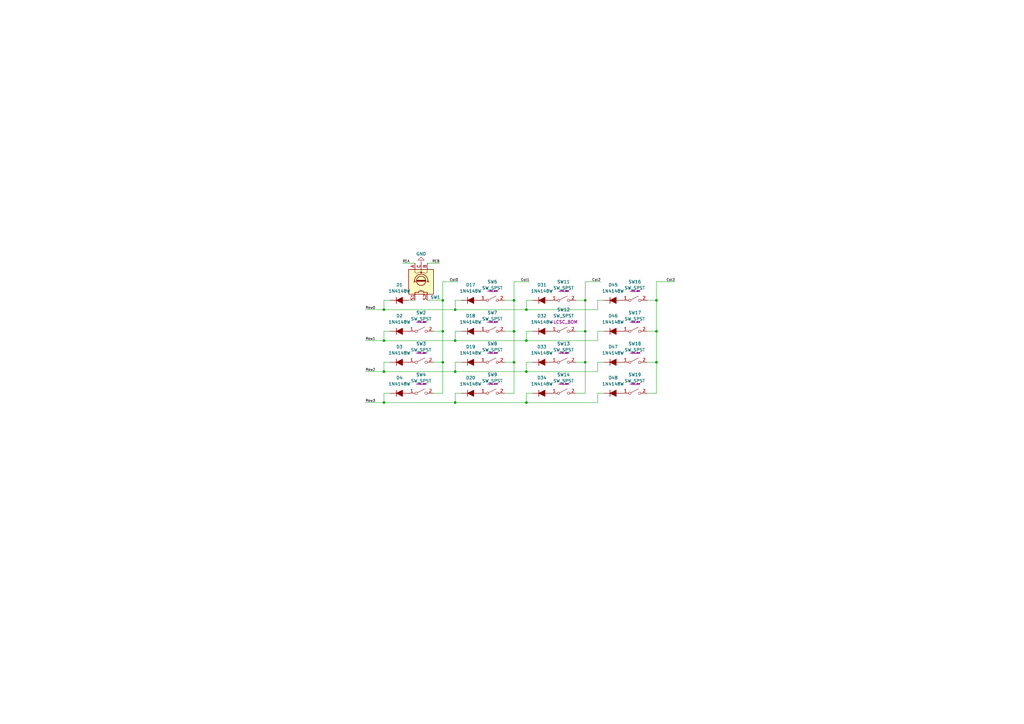
<source format=kicad_sch>
(kicad_sch (version 20250114) (generator "eeschema") (generator_version "9.0")
  (paper "A3")
  (title_block (title "${TITLE}") (date "2025-09-02") (rev "${REVISION}") (company "${COMPANY}") (comment 1 "${COMMENT1}"))
  (lib_symbols
    (symbol "Device:RotaryEncoder_Switch" (pin_names (offset 0.254) (hide yes))
      (property "Reference" "SW" (at 0 6.604 0))
      (property "Value" "RotaryEncoder_Switch" (at 0 -6.604 0))
      (symbol "RotaryEncoder_Switch_0_1"
        (rectangle (start -5.08 5.08) (end 5.08 -5.08) (stroke (width 0.254)) (fill (type background)))
        (polyline (pts (xy -5.08 2.54) (xy -3.81 2.54) (xy -3.81 2.032)))
        (polyline (pts (xy -5.08 0) (xy -3.81 0) (xy -3.81 -1.016) (xy -3.302 -2.032)))
        (polyline (pts (xy -5.08 -2.54) (xy -3.81 -2.54) (xy -3.81 -2.032)))
        (polyline (pts (xy -4.318 0) (xy -3.81 0) (xy -3.81 1.016) (xy -3.302 2.032)))
        (circle (center -3.81 0) (radius 0.254) (fill (type outline)))
        (polyline (pts (xy -0.635 -1.778) (xy -0.635 1.778)) (stroke (width 0.254)))
        (circle (center -0.381 0) (radius 1.905) (stroke (width 0.254)))
        (polyline (pts (xy -0.381 -1.778) (xy -0.381 1.778)) (stroke (width 0.254)))
        (arc (start -0.381 -2.794) (mid -3.0988 -0.0635) (end -0.381 2.667) (stroke (width 0.254)))
        (polyline (pts (xy -0.127 1.778) (xy -0.127 -1.778)) (stroke (width 0.254)))
        (polyline (pts (xy 0.254 2.921) (xy -0.508 2.667) (xy 0.127 2.286)) (stroke (width 0.254)))
        (polyline (pts (xy 0.254 -3.048) (xy -0.508 -2.794) (xy 0.127 -2.413)) (stroke (width 0.254)))
        (polyline (pts (xy 3.81 1.016) (xy 3.81 -1.016)) (stroke (width 0.254)))
        (polyline (pts (xy 3.81 0) (xy 3.429 0)) (stroke (width 0.254)))
        (circle (center 4.318 1.016) (radius 0.127) (stroke (width 0.254)))
        (circle (center 4.318 -1.016) (radius 0.127) (stroke (width 0.254)))
        (polyline (pts (xy 5.08 2.54) (xy 4.318 2.54) (xy 4.318 1.016)) (stroke (width 0.254)))
        (polyline (pts (xy 5.08 -2.54) (xy 4.318 -2.54) (xy 4.318 -1.016)) (stroke (width 0.254)))
      )
      (symbol "RotaryEncoder_Switch_1_1"
        (pin passive line (at -7.62 2.54 0) (length 2.54) (name "A") (number "A"))
        (pin passive line (at -7.62 0 0) (length 2.54) (name "C") (number "C"))
        (pin passive line (at -7.62 -2.54 0) (length 2.54) (name "B") (number "B"))
        (pin passive line (at 7.62 2.54 180) (length 2.54) (name "S1") (number "S1"))
        (pin passive line (at 7.62 -2.54 180) (length 2.54) (name "S2") (number "S2"))
      )
    )
    (symbol "PCM_Diode_AKL:1N4148W" (pin_numbers (hide yes)) (pin_names (offset 1.016) (hide yes))
      (property "Reference" "D" (at 0 5.08 0))
      (property "Value" "1N4148W" (at 0 2.54 0))
      (symbol "1N4148W_0_1"
        (polyline (pts (xy -1.27 1.27) (xy -1.27 -1.27) (xy 1.27 0) (xy -1.27 1.27)) (stroke (width 0.254)) (fill (type outline)))
        (polyline (pts (xy -1.27 0) (xy 1.27 0)))
        (polyline (pts (xy 1.27 1.27) (xy 1.27 -1.27)) (stroke (width 0.254)))
      )
      (symbol "1N4148W_0_2"
        (polyline (pts (xy -2.54 -2.54) (xy 2.54 2.54)))
        (polyline (pts (xy -0.889 -0.889) (xy -1.778 0) (xy 0.889 0.889) (xy 0 -1.778) (xy -0.889 -0.889)) (stroke (width 0.254)) (fill (type outline)))
        (polyline (pts (xy 0 1.778) (xy 1.778 0)) (stroke (width 0.254)))
      )
      (symbol "1N4148W_1_1"
        (pin passive line (at -3.81 0 0) (length 2.54) (name "A") (number "2"))
        (pin passive line (at 3.81 0 180) (length 2.54) (name "K") (number "1"))
      )
      (symbol "1N4148W_1_2"
        (pin passive line (at -2.54 -2.54 0) (length 0) (name "A") (number "2"))
        (pin passive line (at 2.54 2.54 180) (length 0) (name "K") (number "1"))
      )
    )
    (symbol "Switch:SW_SPST" (pin_names (offset 0) (hide yes))
      (property "Reference" "SW" (at 0 3.175 0))
      (property "Value" "SW_SPST" (at 0 -2.54 0))
      (symbol "SW_SPST_0_0"
        (circle (center -2.032 0) (radius 0.508))
        (polyline (pts (xy -1.524 0.254) (xy 1.524 1.778)))
        (circle (center 2.032 0) (radius 0.508))
      )
      (symbol "SW_SPST_1_1"
        (pin passive line (at -5.08 0 0) (length 2.54) (name "A") (number "1"))
        (pin passive line (at 5.08 0 180) (length 2.54) (name "B") (number "2"))
      )
    )
    (symbol "power:GND" (power) (pin_numbers (hide yes)) (pin_names (offset 0) (hide yes))
      (property "Value" "GND" (at 0 -3.81 0))
      (symbol "GND_0_1"
        (polyline (pts (xy 0 0) (xy 0 -1.27) (xy 1.27 -1.27) (xy 0 -2.54) (xy -1.27 -1.27) (xy 0 -1.27)))
      )
      (symbol "GND_1_1"
        (pin power_in line (at 0 0 270) (length 0) (name "~") (number "1"))
      )
    )
  )
  (junction (at 269.24 148.59))
  (junction (at 240.03 135.89))
  (junction (at 210.82 135.89))
  (junction (at 186.69 165.1))
  (junction (at 157.48 165.1))
  (junction (at 215.9 152.4))
  (junction (at 186.69 152.4))
  (junction (at 157.48 127))
  (junction (at 181.61 135.89))
  (junction (at 240.03 123.19))
  (junction (at 210.82 148.59))
  (junction (at 181.61 123.19))
  (junction (at 210.82 123.19))
  (junction (at 269.24 135.89))
  (junction (at 181.61 148.59))
  (junction (at 215.9 127))
  (junction (at 157.48 139.7))
  (junction (at 186.69 139.7))
  (junction (at 269.24 123.19))
  (junction (at 215.9 139.7))
  (junction (at 240.03 148.59))
  (junction (at 157.48 152.4))
  (junction (at 186.69 127))
  (junction (at 215.9 165.1))
  (wire (pts (xy 180.34 107.95) (xy 175.26 107.95)))
  (wire (pts (xy 157.48 139.7) (xy 186.69 139.7)))
  (wire (pts (xy 269.24 135.89) (xy 265.43 135.89)))
  (wire (pts (xy 186.69 148.59) (xy 189.23 148.59)))
  (wire (pts (xy 210.82 161.29) (xy 207.01 161.29)))
  (wire (pts (xy 245.11 161.29) (xy 247.65 161.29)))
  (wire (pts (xy 245.11 139.7) (xy 245.11 135.89)))
  (wire (pts (xy 210.82 135.89) (xy 207.01 135.89)))
  (wire (pts (xy 186.69 123.19) (xy 186.69 127)))
  (wire (pts (xy 186.69 127) (xy 215.9 127)))
  (wire (pts (xy 240.03 148.59) (xy 240.03 161.29)))
  (wire (pts (xy 269.24 115.57) (xy 269.24 123.19)))
  (wire (pts (xy 149.86 127) (xy 157.48 127)))
  (wire (pts (xy 215.9 161.29) (xy 215.9 165.1)))
  (wire (pts (xy 269.24 161.29) (xy 265.43 161.29)))
  (wire (pts (xy 181.61 161.29) (xy 177.8 161.29)))
  (wire (pts (xy 245.11 135.89) (xy 247.65 135.89)))
  (wire (pts (xy 149.86 165.1) (xy 157.48 165.1)))
  (wire (pts (xy 210.82 123.19) (xy 210.82 135.89)))
  (wire (pts (xy 236.22 161.29) (xy 240.03 161.29)))
  (wire (pts (xy 181.61 135.89) (xy 181.61 148.59)))
  (wire (pts (xy 276.86 115.57) (xy 269.24 115.57)))
  (wire (pts (xy 157.48 123.19) (xy 160.02 123.19)))
  (wire (pts (xy 269.24 135.89) (xy 269.24 148.59)))
  (wire (pts (xy 149.86 152.4) (xy 157.48 152.4)))
  (wire (pts (xy 240.03 123.19) (xy 240.03 135.89)))
  (wire (pts (xy 157.48 165.1) (xy 157.48 161.29)))
  (wire (pts (xy 215.9 135.89) (xy 218.44 135.89)))
  (wire (pts (xy 181.61 148.59) (xy 177.8 148.59)))
  (wire (pts (xy 246.38 115.57) (xy 240.03 115.57)))
  (wire (pts (xy 181.61 135.89) (xy 177.8 135.89)))
  (wire (pts (xy 215.9 148.59) (xy 215.9 152.4)))
  (wire (pts (xy 181.61 123.19) (xy 181.61 135.89)))
  (wire (pts (xy 186.69 148.59) (xy 186.69 152.4)))
  (wire (pts (xy 215.9 127) (xy 245.11 127)))
  (wire (pts (xy 240.03 123.19) (xy 236.22 123.19)))
  (wire (pts (xy 157.48 165.1) (xy 186.69 165.1)))
  (wire (pts (xy 245.11 165.1) (xy 245.11 161.29)))
  (wire (pts (xy 167.64 123.19) (xy 170.18 123.19)))
  (wire (pts (xy 240.03 115.57) (xy 240.03 123.19)))
  (wire (pts (xy 215.9 123.19) (xy 215.9 127)))
  (wire (pts (xy 157.48 152.4) (xy 186.69 152.4)))
  (wire (pts (xy 245.11 127) (xy 245.11 123.19)))
  (wire (pts (xy 210.82 148.59) (xy 207.01 148.59)))
  (wire (pts (xy 157.48 161.29) (xy 160.02 161.29)))
  (wire (pts (xy 157.48 139.7) (xy 157.48 135.89)))
  (wire (pts (xy 157.48 135.89) (xy 160.02 135.89)))
  (wire (pts (xy 157.48 127) (xy 186.69 127)))
  (wire (pts (xy 210.82 123.19) (xy 207.01 123.19)))
  (wire (pts (xy 215.9 165.1) (xy 245.11 165.1)))
  (wire (pts (xy 269.24 148.59) (xy 265.43 148.59)))
  (wire (pts (xy 210.82 135.89) (xy 210.82 148.59)))
  (wire (pts (xy 186.69 161.29) (xy 189.23 161.29)))
  (wire (pts (xy 215.9 152.4) (xy 245.11 152.4)))
  (wire (pts (xy 245.11 123.19) (xy 247.65 123.19)))
  (wire (pts (xy 215.9 139.7) (xy 245.11 139.7)))
  (wire (pts (xy 186.69 123.19) (xy 189.23 123.19)))
  (wire (pts (xy 215.9 139.7) (xy 215.9 135.89)))
  (wire (pts (xy 186.69 152.4) (xy 215.9 152.4)))
  (wire (pts (xy 186.69 135.89) (xy 186.69 139.7)))
  (wire (pts (xy 215.9 148.59) (xy 218.44 148.59)))
  (wire (pts (xy 186.69 165.1) (xy 215.9 165.1)))
  (wire (pts (xy 215.9 161.29) (xy 218.44 161.29)))
  (wire (pts (xy 186.69 139.7) (xy 215.9 139.7)))
  (wire (pts (xy 157.48 148.59) (xy 160.02 148.59)))
  (wire (pts (xy 157.48 152.4) (xy 157.48 148.59)))
  (wire (pts (xy 269.24 123.19) (xy 269.24 135.89)))
  (wire (pts (xy 269.24 148.59) (xy 269.24 161.29)))
  (wire (pts (xy 245.11 148.59) (xy 247.65 148.59)))
  (wire (pts (xy 165.1 107.95) (xy 170.18 107.95)))
  (wire (pts (xy 269.24 123.19) (xy 265.43 123.19)))
  (wire (pts (xy 245.11 152.4) (xy 245.11 148.59)))
  (wire (pts (xy 240.03 135.89) (xy 240.03 148.59)))
  (wire (pts (xy 240.03 148.59) (xy 236.22 148.59)))
  (wire (pts (xy 175.26 123.19) (xy 181.61 123.19)))
  (wire (pts (xy 187.96 115.57) (xy 181.61 115.57)))
  (wire (pts (xy 157.48 127) (xy 157.48 123.19)))
  (wire (pts (xy 240.03 135.89) (xy 236.22 135.89)))
  (wire (pts (xy 210.82 115.57) (xy 210.82 123.19)))
  (wire (pts (xy 217.17 115.57) (xy 210.82 115.57)))
  (wire (pts (xy 149.86 139.7) (xy 157.48 139.7)))
  (wire (pts (xy 181.61 148.59) (xy 181.61 161.29)))
  (wire (pts (xy 186.69 135.89) (xy 189.23 135.89)))
  (wire (pts (xy 181.61 115.57) (xy 181.61 123.19)))
  (wire (pts (xy 186.69 165.1) (xy 186.69 161.29)))
  (wire (pts (xy 215.9 123.19) (xy 218.44 123.19)))
  (wire (pts (xy 210.82 148.59) (xy 210.82 161.29)))
  (label "Row0" (at 149.86 127 0) (effects (font (size 1 1))))
  (label "Col0" (at 187.96 115.57 180) (effects (font (size 1 1))))
  (label "Col1" (at 217.17 115.57 180) (effects (font (size 1 1))))
  (label "REA" (at 165.1 107.95 0) (effects (font (size 1 1))))
  (label "Row2" (at 149.86 152.4 0) (effects (font (size 1 1))))
  (label "Col3" (at 276.86 115.57 180) (effects (font (size 1 1))))
  (label "Row3" (at 149.86 165.1 0) (effects (font (size 1 1))))
  (label "Col2" (at 246.38 115.57 180) (effects (font (size 1 1))))
  (label "Row1" (at 149.86 139.7 0) (effects (font (size 1 1))))
  (label "REB" (at 180.34 107.95 180) (effects (font (size 1 1))))
  (symbol (lib_id "PCM_Diode_AKL:1N4148W") (at 222.25 161.29 0) (mirror y) (unit 1)
    (property "Reference" "D34" (at 222.25 154.94 0))
    (property "Value" "1N4148W" (at 222.25 157.48 0))
    (property "Footprint" "localLib:D_SOD-123" (effects (hide yes)))
    (property "Datasheet" "https://datasheet.octopart.com/1N4148W-HE3-18-Vishay-datasheet-17291302.pdf" (effects (hide yes)))
    (property "Description" "SOD-123 Diode, Small Signal, Fast Switching, 75V, 150mA, 4ns, Alternate KiCad Library" (effects (hide yes)))
    (property "Price" "$0.21 " (effects (hide yes)))
    (property "Rating" "DIODE STANDARD 75V 250MA SOD123" (effects (hide yes)))
    (property "Supplier" "Digikey" (effects (hide yes)))
    (property "Manufacturer" "SMC Diode Solutions" (effects (hide yes)))
    (property "MPN" "1N4148W" (effects (hide yes)))
    (property "LCSC" "C241939" (effects (hide yes)))
    (property "digikey" "1655-1N4148WCT-ND" (effects (hide yes)))
    (property "mouser" "637-1N4148W " (effects (hide yes)))
  )
  (symbol (lib_id "Switch:SW_SPST") (at 231.14 161.29 0) (unit 1)
    (property "Reference" "SW14" (at 231.14 153.67 0))
    (property "Value" "SW_SPST" (at 231.14 156.21 0))
    (property "Footprint" "kbd:keyswitch_choc12_hotswap_1u" (effects (hide yes)))
    (property "Datasheet" "https://mm.digikey.com/Volume0/opasdata/d220001/medias/docus/5062/4958_Web.pdf" (effects (hide yes)))
    (property "Description" "Switch Socket" (effects (hide yes)))
    (property "MPN" "CPG151101S11" (effects (hide yes)))
    (property "Manufacturer" "Adafruit Industries LLC" (effects (hide yes)))
    (property "Price" "$0.394" (effects (hide yes)))
    (property "Rating" "KAILH SW SKTS FOR MX-COMP 1=20PC" (effects (hide yes)))
    (property "Supplier" "Digikey" (effects (hide yes)))
    (property "LCSC" "C2803348" (effects (hide yes)))
    (property "Config" "-LCSC_BOM" (at 231.14 157.48 0) (effects (font (size 0.5 0.5))))
    (property "digikey" "1528-4958-ND" (effects (hide yes)))
  )
  (symbol (lib_id "Switch:SW_SPST") (at 260.35 135.89 0) (unit 1)
    (property "Reference" "SW17" (at 260.35 128.27 0))
    (property "Value" "SW_SPST" (at 260.35 130.81 0))
    (property "Footprint" "kbd:keyswitch_choc12_hotswap_1u" (effects (hide yes)))
    (property "Datasheet" "https://mm.digikey.com/Volume0/opasdata/d220001/medias/docus/5062/4958_Web.pdf" (effects (hide yes)))
    (property "Description" "Switch Socket" (effects (hide yes)))
    (property "MPN" "CPG151101S11" (effects (hide yes)))
    (property "Manufacturer" "Adafruit Industries LLC" (effects (hide yes)))
    (property "Price" "$0.394" (effects (hide yes)))
    (property "Rating" "KAILH SW SKTS FOR MX-COMP 1=20PC" (effects (hide yes)))
    (property "Supplier" "Digikey" (effects (hide yes)))
    (property "LCSC" "C2803348" (effects (hide yes)))
    (property "Config" "-LCSC_BOM" (at 260.35 132.08 0) (effects (font (size 0.5 0.5))))
    (property "digikey" "1528-4958-ND" (effects (hide yes)))
  )
  (symbol (lib_id "PCM_Diode_AKL:1N4148W") (at 222.25 123.19 0) (mirror y) (unit 1)
    (property "Reference" "D31" (at 222.25 116.84 0))
    (property "Value" "1N4148W" (at 222.25 119.38 0))
    (property "Footprint" "localLib:D_SOD-123" (effects (hide yes)))
    (property "Datasheet" "https://datasheet.octopart.com/1N4148W-HE3-18-Vishay-datasheet-17291302.pdf" (effects (hide yes)))
    (property "Description" "SOD-123 Diode, Small Signal, Fast Switching, 75V, 150mA, 4ns, Alternate KiCad Library" (effects (hide yes)))
    (property "Price" "$0.21 " (effects (hide yes)))
    (property "Rating" "DIODE STANDARD 75V 250MA SOD123" (effects (hide yes)))
    (property "Supplier" "Digikey" (effects (hide yes)))
    (property "Manufacturer" "SMC Diode Solutions" (effects (hide yes)))
    (property "MPN" "1N4148W" (effects (hide yes)))
    (property "LCSC" "C241939" (effects (hide yes)))
    (property "digikey" "1655-1N4148WCT-ND" (effects (hide yes)))
    (property "mouser" "637-1N4148W " (effects (hide yes)))
  )
  (symbol (lib_id "Switch:SW_SPST") (at 231.14 148.59 0) (unit 1)
    (property "Reference" "SW13" (at 231.14 140.97 0))
    (property "Value" "SW_SPST" (at 231.14 143.51 0))
    (property "Footprint" "kbd:keyswitch_choc12_hotswap_1u" (effects (hide yes)))
    (property "Datasheet" "https://mm.digikey.com/Volume0/opasdata/d220001/medias/docus/5062/4958_Web.pdf" (effects (hide yes)))
    (property "Description" "Switch Socket" (effects (hide yes)))
    (property "MPN" "CPG151101S11" (effects (hide yes)))
    (property "Manufacturer" "Adafruit Industries LLC" (effects (hide yes)))
    (property "Price" "$0.394" (effects (hide yes)))
    (property "Rating" "KAILH SW SKTS FOR MX-COMP 1=20PC" (effects (hide yes)))
    (property "Supplier" "Digikey" (effects (hide yes)))
    (property "LCSC" "C2803348" (effects (hide yes)))
    (property "Config" "-LCSC_BOM" (at 231.14 144.78 0) (effects (font (size 0.5 0.5))))
    (property "digikey" "1528-4958-ND" (effects (hide yes)))
  )
  (symbol (lib_id "Switch:SW_SPST") (at 231.14 135.89 0) (unit 1)
    (property "Reference" "SW12" (at 231.14 127 0))
    (property "Value" "SW_SPST" (at 231.14 129.54 0))
    (property "Footprint" "kbd:keyswitch_choc12_hotswap_1u" (effects (hide yes)))
    (property "Datasheet" "https://mm.digikey.com/Volume0/opasdata/d220001/medias/docus/5062/4958_Web.pdf" (effects (hide yes)))
    (property "Description" "Switch Socket" (effects (hide yes)))
    (property "MPN" "CPG151101S11" (effects (hide yes)))
    (property "Manufacturer" "Adafruit Industries LLC" (effects (hide yes)))
    (property "Price" "$0.394" (effects (hide yes)))
    (property "Rating" "KAILH SW SKTS FOR MX-COMP 1=20PC" (effects (hide yes)))
    (property "Supplier" "Digikey" (effects (hide yes)))
    (property "LCSC" "C2803348" (effects (hide yes)))
    (property "Config" "-LCSC_BOM" (at 231.14 132.08 0))
    (property "digikey" "1528-4958-ND" (effects (hide yes)))
  )
  (symbol (lib_id "PCM_Diode_AKL:1N4148W") (at 163.83 123.19 180) (unit 1)
    (property "Reference" "D1" (at 163.83 116.84 0))
    (property "Value" "1N4148W" (at 163.83 119.38 0))
    (property "Footprint" "localLib:D_SOD-123" (effects (hide yes)))
    (property "Datasheet" "https://datasheet.octopart.com/1N4148W-HE3-18-Vishay-datasheet-17291302.pdf" (effects (hide yes)))
    (property "Description" "SOD-123 Diode, Small Signal, Fast Switching, 75V, 150mA, 4ns, Alternate KiCad Library" (effects (hide yes)))
    (property "Price" "$0.21 " (effects (hide yes)))
    (property "Rating" "DIODE STANDARD 75V 250MA SOD123" (effects (hide yes)))
    (property "Supplier" "Digikey" (effects (hide yes)))
    (property "Manufacturer" "SMC Diode Solutions" (effects (hide yes)))
    (property "MPN" "1N4148W" (effects (hide yes)))
    (property "LCSC" "C241939" (effects (hide yes)))
    (property "digikey" "1655-1N4148WCT-ND" (effects (hide yes)))
    (property "mouser" "637-1N4148W " (effects (hide yes)))
  )
  (symbol (lib_id "PCM_Diode_AKL:1N4148W") (at 251.46 148.59 0) (mirror y) (unit 1)
    (property "Reference" "D47" (at 251.46 142.24 0))
    (property "Value" "1N4148W" (at 251.46 144.78 0))
    (property "Footprint" "localLib:D_SOD-123" (effects (hide yes)))
    (property "Datasheet" "https://datasheet.octopart.com/1N4148W-HE3-18-Vishay-datasheet-17291302.pdf" (effects (hide yes)))
    (property "Description" "SOD-123 Diode, Small Signal, Fast Switching, 75V, 150mA, 4ns, Alternate KiCad Library" (effects (hide yes)))
    (property "Price" "$0.21 " (effects (hide yes)))
    (property "Rating" "DIODE STANDARD 75V 250MA SOD123" (effects (hide yes)))
    (property "Supplier" "Digikey" (effects (hide yes)))
    (property "Manufacturer" "SMC Diode Solutions" (effects (hide yes)))
    (property "MPN" "1N4148W" (effects (hide yes)))
    (property "LCSC" "C241939" (effects (hide yes)))
    (property "digikey" "1655-1N4148WCT-ND" (effects (hide yes)))
    (property "mouser" "637-1N4148W " (effects (hide yes)))
  )
  (symbol (lib_id "Switch:SW_SPST") (at 172.72 135.89 0) (unit 1)
    (property "Reference" "SW2" (at 172.72 128.27 0))
    (property "Value" "SW_SPST" (at 172.72 130.81 0))
    (property "Footprint" "kbd:keyswitch_choc12_hotswap_1u" (effects (hide yes)))
    (property "Datasheet" "https://mm.digikey.com/Volume0/opasdata/d220001/medias/docus/5062/4958_Web.pdf" (effects (hide yes)))
    (property "Description" "Switch Socket" (effects (hide yes)))
    (property "MPN" "CPG151101S11" (effects (hide yes)))
    (property "Manufacturer" "Adafruit Industries LLC" (effects (hide yes)))
    (property "Price" "$0.394" (effects (hide yes)))
    (property "Rating" "KAILH SW SKTS FOR MX-COMP 1=20PC" (effects (hide yes)))
    (property "Supplier" "Digikey" (effects (hide yes)))
    (property "LCSC" "C2803348" (effects (hide yes)))
    (property "Config" "-LCSC_BOM" (at 172.72 132.08 0) (effects (font (size 0.5 0.5))))
    (property "digikey" "1528-4958-ND" (effects (hide yes)))
  )
  (symbol (lib_id "PCM_Diode_AKL:1N4148W") (at 251.46 161.29 0) (mirror y) (unit 1)
    (property "Reference" "D48" (at 251.46 154.94 0))
    (property "Value" "1N4148W" (at 251.46 157.48 0))
    (property "Footprint" "localLib:D_SOD-123" (effects (hide yes)))
    (property "Datasheet" "https://datasheet.octopart.com/1N4148W-HE3-18-Vishay-datasheet-17291302.pdf" (effects (hide yes)))
    (property "Description" "SOD-123 Diode, Small Signal, Fast Switching, 75V, 150mA, 4ns, Alternate KiCad Library" (effects (hide yes)))
    (property "Price" "$0.21 " (effects (hide yes)))
    (property "Rating" "DIODE STANDARD 75V 250MA SOD123" (effects (hide yes)))
    (property "Supplier" "Digikey" (effects (hide yes)))
    (property "Manufacturer" "SMC Diode Solutions" (effects (hide yes)))
    (property "MPN" "1N4148W" (effects (hide yes)))
    (property "LCSC" "C241939" (effects (hide yes)))
    (property "digikey" "1655-1N4148WCT-ND" (effects (hide yes)))
    (property "mouser" "637-1N4148W " (effects (hide yes)))
  )
  (symbol (lib_id "PCM_Diode_AKL:1N4148W") (at 193.04 123.19 180) (unit 1)
    (property "Reference" "D17" (at 193.04 116.84 0))
    (property "Value" "1N4148W" (at 193.04 119.38 0))
    (property "Footprint" "localLib:D_SOD-123" (effects (hide yes)))
    (property "Datasheet" "https://datasheet.octopart.com/1N4148W-HE3-18-Vishay-datasheet-17291302.pdf" (effects (hide yes)))
    (property "Description" "SOD-123 Diode, Small Signal, Fast Switching, 75V, 150mA, 4ns, Alternate KiCad Library" (effects (hide yes)))
    (property "Price" "$0.21 " (effects (hide yes)))
    (property "Rating" "DIODE STANDARD 75V 250MA SOD123" (effects (hide yes)))
    (property "Supplier" "Digikey" (effects (hide yes)))
    (property "Manufacturer" "SMC Diode Solutions" (effects (hide yes)))
    (property "MPN" "1N4148W" (effects (hide yes)))
    (property "LCSC" "C241939" (effects (hide yes)))
    (property "digikey" "1655-1N4148WCT-ND" (effects (hide yes)))
    (property "mouser" "637-1N4148W " (effects (hide yes)))
  )
  (symbol (lib_id "Switch:SW_SPST") (at 260.35 148.59 0) (unit 1)
    (property "Reference" "SW18" (at 260.35 140.97 0))
    (property "Value" "SW_SPST" (at 260.35 143.51 0))
    (property "Footprint" "kbd:keyswitch_choc12_hotswap_1u" (effects (hide yes)))
    (property "Datasheet" "https://mm.digikey.com/Volume0/opasdata/d220001/medias/docus/5062/4958_Web.pdf" (effects (hide yes)))
    (property "Description" "Switch Socket" (effects (hide yes)))
    (property "MPN" "CPG151101S11" (effects (hide yes)))
    (property "Manufacturer" "Adafruit Industries LLC" (effects (hide yes)))
    (property "Price" "$0.394" (effects (hide yes)))
    (property "Rating" "KAILH SW SKTS FOR MX-COMP 1=20PC" (effects (hide yes)))
    (property "Supplier" "Digikey" (effects (hide yes)))
    (property "LCSC" "C2803348" (effects (hide yes)))
    (property "Config" "-LCSC_BOM" (at 260.35 144.78 0) (effects (font (size 0.5 0.5))))
    (property "digikey" "1528-4958-ND" (effects (hide yes)))
  )
  (symbol (lib_id "PCM_Diode_AKL:1N4148W") (at 163.83 161.29 180) (unit 1)
    (property "Reference" "D4" (at 163.83 154.94 0))
    (property "Value" "1N4148W" (at 163.83 157.48 0))
    (property "Footprint" "localLib:D_SOD-123" (effects (hide yes)))
    (property "Datasheet" "https://datasheet.octopart.com/1N4148W-HE3-18-Vishay-datasheet-17291302.pdf" (effects (hide yes)))
    (property "Description" "SOD-123 Diode, Small Signal, Fast Switching, 75V, 150mA, 4ns, Alternate KiCad Library" (effects (hide yes)))
    (property "Price" "$0.21 " (effects (hide yes)))
    (property "Rating" "DIODE STANDARD 75V 250MA SOD123" (effects (hide yes)))
    (property "Supplier" "Digikey" (effects (hide yes)))
    (property "Manufacturer" "SMC Diode Solutions" (effects (hide yes)))
    (property "MPN" "1N4148W" (effects (hide yes)))
    (property "LCSC" "C241939" (effects (hide yes)))
    (property "digikey" "1655-1N4148WCT-ND" (effects (hide yes)))
    (property "mouser" "637-1N4148W " (effects (hide yes)))
  )
  (symbol (lib_id "Switch:SW_SPST") (at 201.93 161.29 0) (unit 1)
    (property "Reference" "SW9" (at 201.93 153.67 0))
    (property "Value" "SW_SPST" (at 201.93 156.21 0))
    (property "Footprint" "kbd:keyswitch_choc12_hotswap_1u" (effects (hide yes)))
    (property "Datasheet" "https://mm.digikey.com/Volume0/opasdata/d220001/medias/docus/5062/4958_Web.pdf" (effects (hide yes)))
    (property "Description" "Switch Socket" (effects (hide yes)))
    (property "MPN" "CPG151101S11" (effects (hide yes)))
    (property "Manufacturer" "Adafruit Industries LLC" (effects (hide yes)))
    (property "Price" "$0.394" (effects (hide yes)))
    (property "Rating" "KAILH SW SKTS FOR MX-COMP 1=20PC" (effects (hide yes)))
    (property "Supplier" "Digikey" (effects (hide yes)))
    (property "LCSC" "C2803348" (effects (hide yes)))
    (property "Config" "-LCSC_BOM" (at 201.93 157.48 0) (effects (font (size 0.5 0.5))))
    (property "digikey" "1528-4958-ND" (effects (hide yes)))
  )
  (symbol (lib_id "PCM_Diode_AKL:1N4148W") (at 163.83 135.89 180) (unit 1)
    (property "Reference" "D2" (at 163.83 129.54 0))
    (property "Value" "1N4148W" (at 163.83 132.08 0))
    (property "Footprint" "localLib:D_SOD-123" (effects (hide yes)))
    (property "Datasheet" "https://datasheet.octopart.com/1N4148W-HE3-18-Vishay-datasheet-17291302.pdf" (effects (hide yes)))
    (property "Description" "SOD-123 Diode, Small Signal, Fast Switching, 75V, 150mA, 4ns, Alternate KiCad Library" (effects (hide yes)))
    (property "Price" "$0.21 " (effects (hide yes)))
    (property "Rating" "DIODE STANDARD 75V 250MA SOD123" (effects (hide yes)))
    (property "Supplier" "Digikey" (effects (hide yes)))
    (property "Manufacturer" "SMC Diode Solutions" (effects (hide yes)))
    (property "MPN" "1N4148W" (effects (hide yes)))
    (property "LCSC" "C241939" (effects (hide yes)))
    (property "digikey" "1655-1N4148WCT-ND" (effects (hide yes)))
    (property "mouser" "637-1N4148W " (effects (hide yes)))
  )
  (symbol (lib_id "Switch:SW_SPST") (at 172.72 148.59 0) (unit 1)
    (property "Reference" "SW3" (at 172.72 140.97 0))
    (property "Value" "SW_SPST" (at 172.72 143.51 0))
    (property "Footprint" "kbd:keyswitch_choc12_hotswap_1u" (effects (hide yes)))
    (property "Datasheet" "https://mm.digikey.com/Volume0/opasdata/d220001/medias/docus/5062/4958_Web.pdf" (effects (hide yes)))
    (property "Description" "Switch Socket" (effects (hide yes)))
    (property "MPN" "CPG151101S11" (effects (hide yes)))
    (property "Manufacturer" "Adafruit Industries LLC" (effects (hide yes)))
    (property "Price" "$0.394" (effects (hide yes)))
    (property "Rating" "KAILH SW SKTS FOR MX-COMP 1=20PC" (effects (hide yes)))
    (property "Supplier" "Digikey" (effects (hide yes)))
    (property "LCSC" "C2803348" (effects (hide yes)))
    (property "Config" "-LCSC_BOM" (at 172.72 144.78 0) (effects (font (size 0.5 0.5))))
    (property "digikey" "1528-4958-ND" (effects (hide yes)))
  )
  (symbol (lib_id "PCM_Diode_AKL:1N4148W") (at 222.25 148.59 0) (mirror y) (unit 1)
    (property "Reference" "D33" (at 222.25 142.24 0))
    (property "Value" "1N4148W" (at 222.25 144.78 0))
    (property "Footprint" "localLib:D_SOD-123" (effects (hide yes)))
    (property "Datasheet" "https://datasheet.octopart.com/1N4148W-HE3-18-Vishay-datasheet-17291302.pdf" (effects (hide yes)))
    (property "Description" "SOD-123 Diode, Small Signal, Fast Switching, 75V, 150mA, 4ns, Alternate KiCad Library" (effects (hide yes)))
    (property "Price" "$0.21 " (effects (hide yes)))
    (property "Rating" "DIODE STANDARD 75V 250MA SOD123" (effects (hide yes)))
    (property "Supplier" "Digikey" (effects (hide yes)))
    (property "Manufacturer" "SMC Diode Solutions" (effects (hide yes)))
    (property "MPN" "1N4148W" (effects (hide yes)))
    (property "LCSC" "C241939" (effects (hide yes)))
    (property "digikey" "1655-1N4148WCT-ND" (effects (hide yes)))
    (property "mouser" "637-1N4148W " (effects (hide yes)))
  )
  (symbol (lib_id "PCM_Diode_AKL:1N4148W") (at 163.83 148.59 180) (unit 1)
    (property "Reference" "D3" (at 163.83 142.24 0))
    (property "Value" "1N4148W" (at 163.83 144.78 0))
    (property "Footprint" "localLib:D_SOD-123" (effects (hide yes)))
    (property "Datasheet" "https://datasheet.octopart.com/1N4148W-HE3-18-Vishay-datasheet-17291302.pdf" (effects (hide yes)))
    (property "Description" "SOD-123 Diode, Small Signal, Fast Switching, 75V, 150mA, 4ns, Alternate KiCad Library" (effects (hide yes)))
    (property "Price" "$0.21 " (effects (hide yes)))
    (property "Rating" "DIODE STANDARD 75V 250MA SOD123" (effects (hide yes)))
    (property "Supplier" "Digikey" (effects (hide yes)))
    (property "Manufacturer" "SMC Diode Solutions" (effects (hide yes)))
    (property "MPN" "1N4148W" (effects (hide yes)))
    (property "LCSC" "C241939" (effects (hide yes)))
    (property "digikey" "1655-1N4148WCT-ND" (effects (hide yes)))
    (property "mouser" "637-1N4148W " (effects (hide yes)))
  )
  (symbol (lib_id "PCM_Diode_AKL:1N4148W") (at 251.46 135.89 0) (mirror y) (unit 1)
    (property "Reference" "D46" (at 251.46 129.54 0))
    (property "Value" "1N4148W" (at 251.46 132.08 0))
    (property "Footprint" "localLib:D_SOD-123" (effects (hide yes)))
    (property "Datasheet" "https://datasheet.octopart.com/1N4148W-HE3-18-Vishay-datasheet-17291302.pdf" (effects (hide yes)))
    (property "Description" "SOD-123 Diode, Small Signal, Fast Switching, 75V, 150mA, 4ns, Alternate KiCad Library" (effects (hide yes)))
    (property "Price" "$0.21 " (effects (hide yes)))
    (property "Rating" "DIODE STANDARD 75V 250MA SOD123" (effects (hide yes)))
    (property "Supplier" "Digikey" (effects (hide yes)))
    (property "Manufacturer" "SMC Diode Solutions" (effects (hide yes)))
    (property "MPN" "1N4148W" (effects (hide yes)))
    (property "LCSC" "C241939" (effects (hide yes)))
    (property "digikey" "1655-1N4148WCT-ND" (effects (hide yes)))
    (property "mouser" "637-1N4148W " (effects (hide yes)))
  )
  (symbol (lib_id "Switch:SW_SPST") (at 172.72 161.29 0) (unit 1)
    (property "Reference" "SW4" (at 172.72 153.67 0))
    (property "Value" "SW_SPST" (at 172.72 156.21 0))
    (property "Footprint" "kbd:keyswitch_choc12_hotswap_1u" (effects (hide yes)))
    (property "Datasheet" "https://mm.digikey.com/Volume0/opasdata/d220001/medias/docus/5062/4958_Web.pdf" (effects (hide yes)))
    (property "Description" "Switch Socket" (effects (hide yes)))
    (property "MPN" "CPG151101S11" (effects (hide yes)))
    (property "Manufacturer" "Adafruit Industries LLC" (effects (hide yes)))
    (property "Price" "$0.394" (effects (hide yes)))
    (property "Rating" "KAILH SW SKTS FOR MX-COMP 1=20PC" (effects (hide yes)))
    (property "Supplier" "Digikey" (effects (hide yes)))
    (property "LCSC" "C2803348" (effects (hide yes)))
    (property "Config" "-LCSC_BOM" (at 172.72 157.48 0) (effects (font (size 0.5 0.5))))
    (property "digikey" "1528-4958-ND" (effects (hide yes)))
  )
  (symbol (lib_id "PCM_Diode_AKL:1N4148W") (at 251.46 123.19 0) (mirror y) (unit 1)
    (property "Reference" "D45" (at 251.46 116.84 0))
    (property "Value" "1N4148W" (at 251.46 119.38 0))
    (property "Footprint" "localLib:D_SOD-123" (effects (hide yes)))
    (property "Datasheet" "https://datasheet.octopart.com/1N4148W-HE3-18-Vishay-datasheet-17291302.pdf" (effects (hide yes)))
    (property "Description" "SOD-123 Diode, Small Signal, Fast Switching, 75V, 150mA, 4ns, Alternate KiCad Library" (effects (hide yes)))
    (property "Price" "$0.21 " (effects (hide yes)))
    (property "Rating" "DIODE STANDARD 75V 250MA SOD123" (effects (hide yes)))
    (property "Supplier" "Digikey" (effects (hide yes)))
    (property "Manufacturer" "SMC Diode Solutions" (effects (hide yes)))
    (property "MPN" "1N4148W" (effects (hide yes)))
    (property "LCSC" "C241939" (effects (hide yes)))
    (property "digikey" "1655-1N4148WCT-ND" (effects (hide yes)))
    (property "mouser" "637-1N4148W " (effects (hide yes)))
  )
  (symbol (lib_id "Switch:SW_SPST") (at 260.35 123.19 0) (unit 1)
    (property "Reference" "SW16" (at 260.35 115.57 0))
    (property "Value" "SW_SPST" (at 260.35 118.11 0))
    (property "Footprint" "kbd:keyswitch_choc12_hotswap_1u" (effects (hide yes)))
    (property "Datasheet" "https://mm.digikey.com/Volume0/opasdata/d220001/medias/docus/5062/4958_Web.pdf" (effects (hide yes)))
    (property "Description" "Switch Socket" (effects (hide yes)))
    (property "MPN" "CPG151101S11" (effects (hide yes)))
    (property "Manufacturer" "Adafruit Industries LLC" (effects (hide yes)))
    (property "Price" "$0.394" (effects (hide yes)))
    (property "Rating" "KAILH SW SKTS FOR MX-COMP 1=20PC" (effects (hide yes)))
    (property "Supplier" "Digikey" (effects (hide yes)))
    (property "LCSC" "C2803348" (effects (hide yes)))
    (property "Config" "-LCSC_BOM" (at 260.35 119.38 0) (effects (font (size 0.5 0.5))))
    (property "digikey" "1528-4958-ND" (effects (hide yes)))
  )
  (symbol (lib_id "PCM_Diode_AKL:1N4148W") (at 222.25 135.89 0) (mirror y) (unit 1)
    (property "Reference" "D32" (at 222.25 129.54 0))
    (property "Value" "1N4148W" (at 222.25 132.08 0))
    (property "Footprint" "localLib:D_SOD-123" (effects (hide yes)))
    (property "Datasheet" "https://datasheet.octopart.com/1N4148W-HE3-18-Vishay-datasheet-17291302.pdf" (effects (hide yes)))
    (property "Description" "SOD-123 Diode, Small Signal, Fast Switching, 75V, 150mA, 4ns, Alternate KiCad Library" (effects (hide yes)))
    (property "Price" "$0.21 " (effects (hide yes)))
    (property "Rating" "DIODE STANDARD 75V 250MA SOD123" (effects (hide yes)))
    (property "Supplier" "Digikey" (effects (hide yes)))
    (property "Manufacturer" "SMC Diode Solutions" (effects (hide yes)))
    (property "MPN" "1N4148W" (effects (hide yes)))
    (property "LCSC" "C241939" (effects (hide yes)))
    (property "digikey" "1655-1N4148WCT-ND" (effects (hide yes)))
    (property "mouser" "637-1N4148W " (effects (hide yes)))
  )
  (symbol (lib_id "Switch:SW_SPST") (at 201.93 135.89 0) (unit 1)
    (property "Reference" "SW7" (at 201.93 128.27 0))
    (property "Value" "SW_SPST" (at 201.93 130.81 0))
    (property "Footprint" "kbd:keyswitch_choc12_hotswap_1u" (effects (hide yes)))
    (property "Datasheet" "https://mm.digikey.com/Volume0/opasdata/d220001/medias/docus/5062/4958_Web.pdf" (effects (hide yes)))
    (property "Description" "Switch Socket" (effects (hide yes)))
    (property "MPN" "CPG151101S11" (effects (hide yes)))
    (property "Manufacturer" "Adafruit Industries LLC" (effects (hide yes)))
    (property "Price" "$0.394" (effects (hide yes)))
    (property "Rating" "KAILH SW SKTS FOR MX-COMP 1=20PC" (effects (hide yes)))
    (property "Supplier" "Digikey" (effects (hide yes)))
    (property "LCSC" "C2803348" (effects (hide yes)))
    (property "Config" "-LCSC_BOM" (at 201.93 132.08 0) (effects (font (size 0.5 0.5))))
    (property "digikey" "1528-4958-ND" (effects (hide yes)))
  )
  (symbol (lib_id "Switch:SW_SPST") (at 201.93 123.19 0) (unit 1)
    (property "Reference" "SW6" (at 201.93 115.57 0))
    (property "Value" "SW_SPST" (at 201.93 118.11 0))
    (property "Footprint" "kbd:keyswitch_choc12_hotswap_1u" (effects (hide yes)))
    (property "Datasheet" "https://mm.digikey.com/Volume0/opasdata/d220001/medias/docus/5062/4958_Web.pdf" (effects (hide yes)))
    (property "Description" "Switch Socket" (effects (hide yes)))
    (property "MPN" "CPG151101S11" (effects (hide yes)))
    (property "Manufacturer" "Adafruit Industries LLC" (effects (hide yes)))
    (property "Price" "$0.394" (effects (hide yes)))
    (property "Rating" "KAILH SW SKTS FOR MX-COMP 1=20PC" (effects (hide yes)))
    (property "Supplier" "Digikey" (effects (hide yes)))
    (property "LCSC" "C2803348" (effects (hide yes)))
    (property "Config" "-LCSC_BOM" (at 201.93 119.38 0) (effects (font (size 0.5 0.5))))
    (property "digikey" "1528-4958-ND" (effects (hide yes)))
  )
  (symbol (lib_id "Switch:SW_SPST") (at 231.14 123.19 0) (unit 1)
    (property "Reference" "SW11" (at 231.14 115.57 0))
    (property "Value" "SW_SPST" (at 231.14 118.11 0))
    (property "Footprint" "kbd:keyswitch_choc12_hotswap_1u" (effects (hide yes)))
    (property "Datasheet" "https://mm.digikey.com/Volume0/opasdata/d220001/medias/docus/5062/4958_Web.pdf" (effects (hide yes)))
    (property "Description" "Switch Socket" (effects (hide yes)))
    (property "MPN" "CPG151101S11" (effects (hide yes)))
    (property "Manufacturer" "Adafruit Industries LLC" (effects (hide yes)))
    (property "Price" "$0.394" (effects (hide yes)))
    (property "Rating" "KAILH SW SKTS FOR MX-COMP 1=20PC" (effects (hide yes)))
    (property "Supplier" "Digikey" (effects (hide yes)))
    (property "LCSC" "C2803348" (effects (hide yes)))
    (property "Config" "-LCSC_BOM" (at 231.14 119.38 0) (effects (font (size 0.5 0.5))))
    (property "digikey" "1528-4958-ND" (effects (hide yes)))
  )
  (symbol (lib_id "PCM_Diode_AKL:1N4148W") (at 193.04 161.29 0) (mirror y) (unit 1)
    (property "Reference" "D20" (at 193.04 154.94 0))
    (property "Value" "1N4148W" (at 193.04 157.48 0))
    (property "Footprint" "localLib:D_SOD-123" (effects (hide yes)))
    (property "Datasheet" "https://datasheet.octopart.com/1N4148W-HE3-18-Vishay-datasheet-17291302.pdf" (effects (hide yes)))
    (property "Description" "SOD-123 Diode, Small Signal, Fast Switching, 75V, 150mA, 4ns, Alternate KiCad Library" (effects (hide yes)))
    (property "Price" "$0.21 " (effects (hide yes)))
    (property "Rating" "DIODE STANDARD 75V 250MA SOD123" (effects (hide yes)))
    (property "Supplier" "Digikey" (effects (hide yes)))
    (property "Manufacturer" "SMC Diode Solutions" (effects (hide yes)))
    (property "MPN" "1N4148W" (effects (hide yes)))
    (property "LCSC" "C241939" (effects (hide yes)))
    (property "digikey" "1655-1N4148WCT-ND" (effects (hide yes)))
    (property "mouser" "637-1N4148W " (effects (hide yes)))
  )
  (symbol (lib_id "power:GND") (at 172.72 107.95 180) (unit 1)
    (property "Reference" "#PWR054" (effects (hide yes)))
    (property "Value" "GND" (at 172.72 104.14 0))
  )
  (symbol (lib_id "Switch:SW_SPST") (at 201.93 148.59 0) (unit 1)
    (property "Reference" "SW8" (at 201.93 140.97 0))
    (property "Value" "SW_SPST" (at 201.93 143.51 0))
    (property "Footprint" "kbd:keyswitch_choc12_hotswap_1u" (effects (hide yes)))
    (property "Datasheet" "https://mm.digikey.com/Volume0/opasdata/d220001/medias/docus/5062/4958_Web.pdf" (effects (hide yes)))
    (property "Description" "Switch Socket" (effects (hide yes)))
    (property "MPN" "CPG151101S11" (effects (hide yes)))
    (property "Manufacturer" "Adafruit Industries LLC" (effects (hide yes)))
    (property "Price" "$0.394" (effects (hide yes)))
    (property "Rating" "KAILH SW SKTS FOR MX-COMP 1=20PC" (effects (hide yes)))
    (property "Supplier" "Digikey" (effects (hide yes)))
    (property "LCSC" "C2803348" (effects (hide yes)))
    (property "Config" "-LCSC_BOM" (at 201.93 144.78 0) (effects (font (size 0.5 0.5))))
    (property "digikey" "1528-4958-ND" (effects (hide yes)))
  )
  (symbol (lib_id "PCM_Diode_AKL:1N4148W") (at 193.04 148.59 180) (unit 1)
    (property "Reference" "D19" (at 193.04 142.24 0))
    (property "Value" "1N4148W" (at 193.04 144.78 0))
    (property "Footprint" "localLib:D_SOD-123" (effects (hide yes)))
    (property "Datasheet" "https://datasheet.octopart.com/1N4148W-HE3-18-Vishay-datasheet-17291302.pdf" (effects (hide yes)))
    (property "Description" "SOD-123 Diode, Small Signal, Fast Switching, 75V, 150mA, 4ns, Alternate KiCad Library" (effects (hide yes)))
    (property "Price" "$0.21 " (effects (hide yes)))
    (property "Rating" "DIODE STANDARD 75V 250MA SOD123" (effects (hide yes)))
    (property "Supplier" "Digikey" (effects (hide yes)))
    (property "Manufacturer" "SMC Diode Solutions" (effects (hide yes)))
    (property "MPN" "1N4148W" (effects (hide yes)))
    (property "LCSC" "C241939" (effects (hide yes)))
    (property "digikey" "1655-1N4148WCT-ND" (effects (hide yes)))
    (property "mouser" "637-1N4148W " (effects (hide yes)))
  )
  (symbol (lib_id "Switch:SW_SPST") (at 260.35 161.29 0) (unit 1)
    (property "Reference" "SW19" (at 260.35 153.67 0))
    (property "Value" "SW_SPST" (at 260.35 156.21 0))
    (property "Footprint" "kbd:keyswitch_choc12_hotswap_1u" (effects (hide yes)))
    (property "Datasheet" "https://mm.digikey.com/Volume0/opasdata/d220001/medias/docus/5062/4958_Web.pdf" (effects (hide yes)))
    (property "Description" "Switch Socket" (effects (hide yes)))
    (property "MPN" "CPG151101S11" (effects (hide yes)))
    (property "Manufacturer" "Adafruit Industries LLC" (effects (hide yes)))
    (property "Price" "$0.394" (effects (hide yes)))
    (property "Rating" "KAILH SW SKTS FOR MX-COMP 1=20PC" (effects (hide yes)))
    (property "Supplier" "Digikey" (effects (hide yes)))
    (property "LCSC" "C2803348" (effects (hide yes)))
    (property "Config" "-LCSC_BOM" (at 260.35 157.48 0) (effects (font (size 0.5 0.5))))
    (property "digikey" "1528-4958-ND" (effects (hide yes)))
  )
  (symbol (lib_id "PCM_Diode_AKL:1N4148W") (at 193.04 135.89 180) (unit 1)
    (property "Reference" "D18" (at 193.04 129.54 0))
    (property "Value" "1N4148W" (at 193.04 132.08 0))
    (property "Footprint" "localLib:D_SOD-123" (effects (hide yes)))
    (property "Datasheet" "https://datasheet.octopart.com/1N4148W-HE3-18-Vishay-datasheet-17291302.pdf" (effects (hide yes)))
    (property "Description" "SOD-123 Diode, Small Signal, Fast Switching, 75V, 150mA, 4ns, Alternate KiCad Library" (effects (hide yes)))
    (property "Price" "$0.21 " (effects (hide yes)))
    (property "Rating" "DIODE STANDARD 75V 250MA SOD123" (effects (hide yes)))
    (property "Supplier" "Digikey" (effects (hide yes)))
    (property "Manufacturer" "SMC Diode Solutions" (effects (hide yes)))
    (property "MPN" "1N4148W" (effects (hide yes)))
    (property "LCSC" "C241939" (effects (hide yes)))
    (property "digikey" "1655-1N4148WCT-ND" (effects (hide yes)))
    (property "mouser" "637-1N4148W " (effects (hide yes)))
  )
  (symbol (lib_id "Device:RotaryEncoder_Switch") (at 172.72 115.57 90) (mirror x) (unit 1)
    (property "Reference" "SW1" (at 176.53 121.92 90) (effects (justify right)))
    (property "Value" "RotaryEncoder_Switch" (effects (hide yes)))
    (property "Footprint" "kbd:keyswitch_choc12_hotswap_1u_rotary_encoder_ec12" (effects (hide yes)))
    (property "Config" "-LCSC_BOM" (effects (hide yes)))
  )
)
</source>
